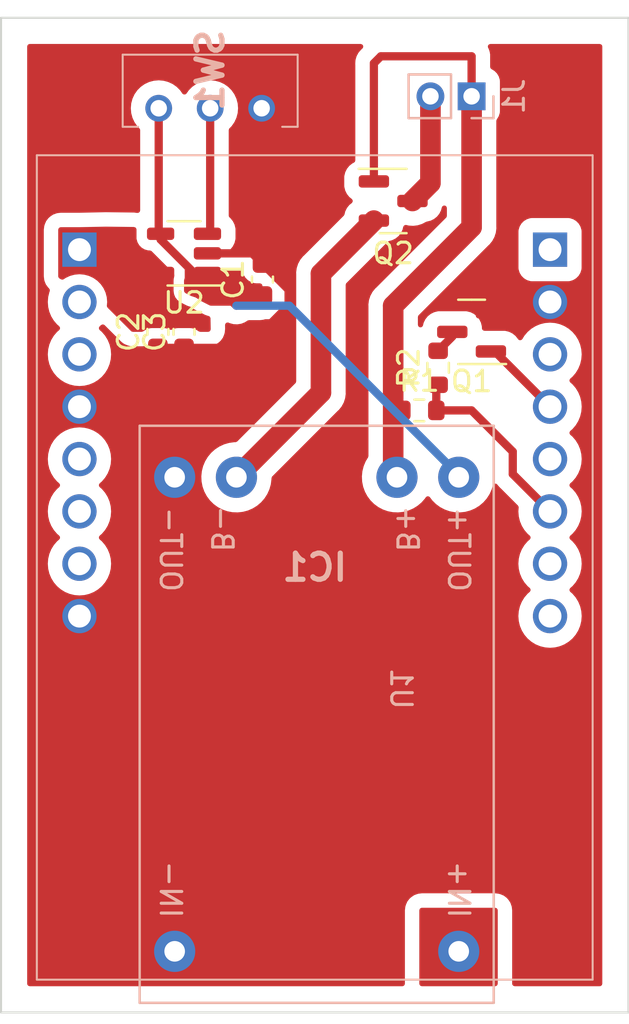
<source format=kicad_pcb>
(kicad_pcb (version 20211014) (generator pcbnew)
  (layers (0 "F.Cu" signal) (31 "B.Cu" signal) (34 "B.Paste" user) (35 "F.Paste" user) (36 "B.SilkS" user "B.Silkscreen") (37 "F.SilkS" user "F.Silkscreen") (38 "B.Mask" user) (39 "F.Mask" user) (44 "Edge.Cuts" user))
  (net 0 "")
  (net 1 "Net-(C1-Pad1)")
  (net 2 "GND")
  (net 3 "+3V3")
  (net 6 "ADC")
  (net 8 "BAT_MONITOR")
  (net 15 "Net-(Q1-Pad3)")
  (net 16 "LiPo+")
  (net 17 "Net-(J1-Pad2)")
  (net 18 "LiPo-")
  (net 21 "+5V")
  (net 22 "Net-(SW1-Pad2)")
  (footprint "Package_TO_SOT_SMD:SOT-23-5" (layer "F.Cu") (at 157.48 58.42 180)
    (fp_text reference "U2" (at 0 -2.4) (layer "F.SilkS"))
    (fp_text value "XC6503D331MR-G")
    (fp_line (start 0 -1.56) (end 0.8 -1.56) (layer "F.SilkS") (width 0.12))
    (fp_line (start 0 -1.56) (end -1.8 -1.56) (layer "F.SilkS") (width 0.12))
    (fp_line (start 0 1.56) (end 0.8 1.56) (layer "F.SilkS") (width 0.12))
    (fp_line (start 0 1.56) (end -0.8 1.56) (layer "F.SilkS") (width 0.12))
    (pad "1" smd roundrect (at -1.1375 -0.95 180) (size 1.325 0.6) (layers "F.Cu" "F.Paste" "F.Mask") (net 1 "Net-(C1-Pad1)"))
    (pad "2" smd roundrect (at -1.1375 0 180) (size 1.325 0.6) (layers "F.Cu" "F.Paste" "F.Mask") (net 2 "GND"))
    (pad "3" smd roundrect (at -1.1375 0.95 180) (size 1.325 0.6) (layers "F.Cu" "F.Paste" "F.Mask") (net 22 "Net-(SW1-Pad2)"))
    (pad "4" smd roundrect (at 1.1375 0.95 180) (size 1.325 0.6) (layers "F.Cu" "F.Paste" "F.Mask"))
    (pad "5" smd roundrect (at 1.1375 -0.95 180) (size 1.325 0.6) (layers "F.Cu" "F.Paste" "F.Mask") (net 3 "+3V3"))
  )
  (footprint "Resistor_SMD:R_0603_1608Metric" (layer "F.Cu") (at 169.823155 63.97217 90)
    (fp_text reference "R2" (at 0 -1.43 90) (layer "F.SilkS"))
    (fp_text value "10k")
    (fp_line (start -0.237258 -0.5225) (end 0.237258 -0.5225) (layer "F.SilkS") (width 0.12))
    (fp_line (start -0.237258 0.5225) (end 0.237258 0.5225) (layer "F.SilkS") (width 0.12))
    (pad "1" smd roundrect (at -0.825 0 90) (size 0.8 0.95) (layers "F.Cu" "F.Paste" "F.Mask") (net 6 "ADC"))
    (pad "2" smd roundrect (at 0.825 0 90) (size 0.8 0.95) (layers "F.Cu" "F.Paste" "F.Mask") (net 15 "Net-(Q1-Pad3)"))
  )
  (footprint "Capacitor_SMD:C_0603_1608Metric" (layer "F.Cu") (at 161.29 59.69 90)
    (fp_text reference "C1" (at 0 -1.43 90) (layer "F.SilkS"))
    (fp_text value "100n")
    (fp_line (start -0.14058 0.51) (end 0.14058 0.51) (layer "F.SilkS") (width 0.12))
    (fp_line (start -0.14058 -0.51) (end 0.14058 -0.51) (layer "F.SilkS") (width 0.12))
    (pad "1" smd roundrect (at -0.775 0 90) (size 0.9 0.95) (layers "F.Cu" "F.Paste" "F.Mask") (net 1 "Net-(C1-Pad1)"))
    (pad "2" smd roundrect (at 0.775 0 90) (size 0.9 0.95) (layers "F.Cu" "F.Paste" "F.Mask") (net 2 "GND"))
  )
  (footprint "Capacitor_SMD:C_0603_1608Metric" (layer "F.Cu") (at 156.21 62.23 90)
    (fp_text reference "C2" (at 0 -1.43 90) (layer "F.SilkS"))
    (fp_text value "100n")
    (fp_line (start -0.14058 -0.51) (end 0.14058 -0.51) (layer "F.SilkS") (width 0.12))
    (fp_line (start -0.14058 0.51) (end 0.14058 0.51) (layer "F.SilkS") (width 0.12))
    (pad "1" smd roundrect (at -0.775 0 90) (size 0.9 0.95) (layers "F.Cu" "F.Paste" "F.Mask") (net 2 "GND"))
    (pad "2" smd roundrect (at 0.775 0 90) (size 0.9 0.95) (layers "F.Cu" "F.Paste" "F.Mask") (net 3 "+3V3"))
  )
  (footprint "Package_TO_SOT_SMD:SOT-23" (layer "F.Cu") (at 171.45 62.23 180)
    (fp_text reference "Q1" (at 0 -2.4) (layer "F.SilkS"))
    (fp_text value "2N7002")
    (fp_line (start 0 -1.56) (end -1.675 -1.56) (layer "F.SilkS") (width 0.12))
    (fp_line (start 0 1.56) (end 0.65 1.56) (layer "F.SilkS") (width 0.12))
    (fp_line (start 0 1.56) (end -0.65 1.56) (layer "F.SilkS") (width 0.12))
    (fp_line (start 0 -1.56) (end 0.65 -1.56) (layer "F.SilkS") (width 0.12))
    (pad "1" smd roundrect (at -0.9375 -0.95 180) (size 1.475 0.6) (layers "F.Cu" "F.Paste" "F.Mask") (net 8 "BAT_MONITOR"))
    (pad "2" smd roundrect (at -0.9375 0.95 180) (size 1.475 0.6) (layers "F.Cu" "F.Paste" "F.Mask") (net 2 "GND"))
    (pad "3" smd roundrect (at 0.9375 0 180) (size 1.475 0.6) (layers "F.Cu" "F.Paste" "F.Mask") (net 15 "Net-(Q1-Pad3)"))
  )
  (footprint "Resistor_SMD:R_0603_1608Metric" (layer "F.Cu") (at 168.91 66.04)
    (fp_text reference "R1" (at 0 -1.43) (layer "F.SilkS"))
    (fp_text value "10k")
    (fp_line (start -0.237258 0.5225) (end 0.237258 0.5225) (layer "F.SilkS") (width 0.12))
    (fp_line (start -0.237258 -0.5225) (end 0.237258 -0.5225) (layer "F.SilkS") (width 0.12))
    (pad "1" smd roundrect (at -0.825 0) (size 0.8 0.95) (layers "F.Cu" "F.Paste" "F.Mask") (net 16 "LiPo+"))
    (pad "2" smd roundrect (at 0.825 0) (size 0.8 0.95) (layers "F.Cu" "F.Paste" "F.Mask") (net 6 "ADC"))
  )
  (footprint "Capacitor_SMD:C_0603_1608Metric" (layer "F.Cu") (at 157.48 62.23 90)
    (fp_text reference "C3" (at 0 -1.43 90) (layer "F.SilkS"))
    (fp_text value "1u")
    (fp_line (start -0.14058 -0.51) (end 0.14058 -0.51) (layer "F.SilkS") (width 0.12))
    (fp_line (start -0.14058 0.51) (end 0.14058 0.51) (layer "F.SilkS") (width 0.12))
    (pad "1" smd roundrect (at -0.775 0 90) (size 0.9 0.95) (layers "F.Cu" "F.Paste" "F.Mask") (net 2 "GND"))
    (pad "2" smd roundrect (at 0.775 0 90) (size 0.9 0.95) (layers "F.Cu" "F.Paste" "F.Mask") (net 3 "+3V3"))
  )
  (footprint "Package_TO_SOT_SMD:SOT-23" (layer "F.Cu") (at 167.64 55.88)
    (fp_text reference "Q2" (at 0 2.54) (layer "F.SilkS"))
    (fp_text value "IRLML0030")
    (fp_line (start 0 -1.56) (end 0.65 -1.56) (layer "F.SilkS") (width 0.12))
    (fp_line (start 0 1.56) (end -0.65 1.56) (layer "F.SilkS") (width 0.12))
    (fp_line (start 0 -1.56) (end -1.675 -1.56) (layer "F.SilkS") (width 0.12))
    (fp_line (start 0 1.56) (end 0.65 1.56) (layer "F.SilkS") (width 0.12))
    (pad "1" smd roundrect (at -0.9375 -0.95) (size 1.475 0.6) (layers "F.Cu" "F.Paste" "F.Mask") (net 16 "LiPo+"))
    (pad "2" smd roundrect (at -0.9375 0.95) (size 1.475 0.6) (layers "F.Cu" "F.Paste" "F.Mask") (net 18 "LiPo-"))
    (pad "3" smd roundrect (at 0.9375 0) (size 1.475 0.6) (layers "F.Cu" "F.Paste" "F.Mask") (net 17 "Net-(J1-Pad2)"))
  )
  (footprint "EG1270:EG1270" (layer "B.Cu") (at 161.25 51.38 -90)
    (fp_text reference "SW1" (at -1.85 2.5 90) (layer "B.SilkS") (effects (font (size 1.27 1.27) (thickness 0.254)) (justify mirror)))
    (fp_text value "SW_SPDT" hide)
    (fp_line (start -2.6 -1.75) (end -2.6 6.75) (layer "B.SilkS") (width 0.1))
    (fp_line (start 0.9 -1) (end 0.9 -1.75) (layer "B.SilkS") (width 0.1))
    (fp_line (start 0.9 -1.75) (end -2.6 -1.75) (layer "B.SilkS") (width 0.1))
    (fp_line (start -2.6 6.75) (end 0.9 6.75) (layer "B.SilkS") (width 0.1))
    (fp_line (start 0.9 6.75) (end 0.9 6) (layer "B.SilkS") (width 0.1))
    (pad "1" thru_hole circle locked (at 0 0 270) (size 1.3 1.3) (drill 0.8) (layers *.Cu *.Mask) (net 2 "GND"))
    (pad "2" thru_hole circle locked (at 0 2.5 270) (size 1.3 1.3) (drill 0.8) (layers *.Cu *.Mask) (net 22 "Net-(SW1-Pad2)"))
    (pad "3" thru_hole circle locked (at 0 5 270) (size 1.3 1.3) (drill 0.8) (layers *.Cu *.Mask) (net 1 "Net-(C1-Pad1)"))
  )
  (footprint "ESP32CAM:ESP32CAM" (layer "B.Cu") (at 175.26 76.02 180)
    (fp_text reference "IC1" (at 11.43 2.36) (layer "B.SilkS") (effects (font (size 1.27 1.27) (thickness 0.254)) (justify mirror)))
    (fp_text value "ESP32-CAM" hide)
    (fp_line (start -2.07 22.36) (end -2.07 -17.64) (layer "B.SilkS") (width 0.1))
    (fp_line (start -2.07 -17.64) (end 24.93 -17.64) (layer "B.SilkS") (width 0.1))
    (fp_line (start 24.93 22.36) (end -2.07 22.36) (layer "B.SilkS") (width 0.1))
    (fp_line (start 24.93 -17.64) (end 24.93 22.36) (layer "B.SilkS") (width 0.1))
    (pad "1" thru_hole circle (at 0 0 180) (size 1.665 1.665) (drill 1.11) (layers *.Cu *.Mask))
    (pad "2" thru_hole circle (at 0 2.54 180) (size 1.665 1.665) (drill 1.11) (layers *.Cu *.Mask))
    (pad "3" thru_hole circle (at 0 5.08 180) (size 1.665 1.665) (drill 1.11) (layers *.Cu *.Mask) (net 6 "ADC"))
    (pad "4" thru_hole circle (at 0 7.62 180) (size 1.665 1.665) (drill 1.11) (layers *.Cu *.Mask))
    (pad "5" thru_hole circle (at 0 10.16 180) (size 1.665 1.665) (drill 1.11) (layers *.Cu *.Mask) (net 8 "BAT_MONITOR"))
    (pad "6" thru_hole circle (at 0 12.7 180) (size 1.665 1.665) (drill 1.11) (layers *.Cu *.Mask))
    (pad "7" thru_hole circle (at 0 15.24 180) (size 1.665 1.665) (drill 1.11) (layers *.Cu *.Mask) (net 2 "GND"))
    (pad "8" thru_hole rect (at 0 17.78 180) (size 1.665 1.665) (drill 1.11) (layers *.Cu *.Mask))
    (pad "9" thru_hole rect (at 22.86 17.78 180) (size 1.665 1.665) (drill 1.11) (layers *.Cu *.Mask) (net 3 "+3V3"))
    (pad "10" thru_hole circle (at 22.86 15.24 180) (size 1.665 1.665) (drill 1.11) (layers *.Cu *.Mask))
    (pad "11" thru_hole circle (at 22.86 12.7 180) (size 1.665 1.665) (drill 1.11) (layers *.Cu *.Mask))
    (pad "12" thru_hole circle (at 22.86 10.16 180) (size 1.665 1.665) (drill 1.11) (layers *.Cu *.Mask) (net 2 "GND"))
    (pad "13" thru_hole circle (at 22.86 7.62 180) (size 1.665 1.665) (drill 1.11) (layers *.Cu *.Mask))
    (pad "14" thru_hole circle (at 22.86 5.08 180) (size 1.665 1.665) (drill 1.11) (layers *.Cu *.Mask))
    (pad "15" thru_hole circle (at 22.86 2.54 180) (size 1.665 1.665) (drill 1.11) (layers *.Cu *.Mask))
    (pad "16" thru_hole circle (at 22.86 0 180) (size 1.665 1.665) (drill 1.11) (layers *.Cu *.Mask) (net 2 "GND"))
  )
  (footprint "TP4056-Module:TP4056-Module" (layer "B.Cu") (at 155.325 94.785 90)
    (fp_text reference "U1" (at 15.24 12.7 270 unlocked) (layer "B.SilkS") (effects (justify mirror)))
    (fp_text value "TP4056-Module")
    (fp_text user "B+" (at 23 13 270 unlocked) (layer "B.SilkS") (effects (justify mirror)))
    (fp_text user "B-" (at 23 4 270 unlocked) (layer "B.SilkS") (effects (justify mirror)))
    (fp_text user "OUT+" (at 22 15.5 270 unlocked) (layer "B.SilkS") (effects (justify mirror)))
    (fp_text user "IN+" (at 5.5 15.5 270 unlocked) (layer "B.SilkS") (effects (justify mirror)))
    (fp_text user "OUT-" (at 22 1.5 270 unlocked) (layer "B.SilkS") (effects (justify mirror)))
    (fp_text user "IN-" (at 5.5 1.5 270 unlocked) (layer "B.SilkS") (effects (justify mirror)))
    (fp_line (start 0 17.2) (end 28 17.2) (layer "B.SilkS") (width 0.12))
    (fp_line (start 0 0) (end 28 0) (layer "B.SilkS") (width 0.12))
    (fp_line (start 28 17.2) (end 28 0) (layer "B.SilkS") (width 0.12))
    (fp_line (start 0 17.2) (end 0 0) (layer "B.SilkS") (width 0.12))
    (pad "1" thru_hole circle (at 2.5 15.5 90) (size 2 2) (drill 1) (layers *.Cu *.Mask) (net 21 "+5V"))
    (pad "2" thru_hole circle (at 2.5 1.7 90) (size 2 2) (drill 1) (layers *.Cu *.Mask) (net 2 "GND"))
    (pad "3" thru_hole circle (at 25.5 1.7 90) (size 2 2) (drill 1) (layers *.Cu *.Mask) (net 2 "GND"))
    (pad "4" thru_hole circle (at 25.5 4.7 90) (size 2 2) (drill 1) (layers *.Cu *.Mask) (net 18 "LiPo-"))
    (pad "5" thru_hole circle (at 25.5 12.5 90) (size 2 2) (drill 1) (layers *.Cu *.Mask) (net 16 "LiPo+"))
    (pad "6" thru_hole circle (at 25.5 15.5 90) (size 2 2) (drill 1) (layers *.Cu *.Mask) (net 1 "Net-(C1-Pad1)"))
  )
  (footprint "Connector_PinHeader_2.00mm:PinHeader_1x02_P2.00mm_Vertical" (layer "B.Cu") (at 171.45 50.8 90)
    (fp_text reference "J1" (at 0 2.06 90) (layer "B.SilkS") (effects (justify mirror)))
    (fp_text value "Conn_01x02")
    (fp_line (start -1.06 -1) (end 1.06 -1) (layer "B.SilkS") (width 0.12))
    (fp_line (start -1.06 0) (end -1.06 1.06) (layer "B.SilkS") (width 0.12))
    (fp_line (start -1.06 -1) (end -1.06 -3.06) (layer "B.SilkS") (width 0.12))
    (fp_line (start 1.06 -1) (end 1.06 -3.06) (layer "B.SilkS") (width 0.12))
    (fp_line (start -1.06 -3.06) (end 1.06 -3.06) (layer "B.SilkS") (width 0.12))
    (fp_line (start -1.06 1.06) (end 0 1.06) (layer "B.SilkS") (width 0.12))
    (pad "1" thru_hole rect (at 0 0 90) (size 1.35 1.35) (drill 0.8) (layers *.Cu *.Mask) (net 16 "LiPo+"))
    (pad "2" thru_hole oval (at 0 -2 90) (size 1.35 1.35) (drill 0.8) (layers *.Cu *.Mask) (net 17 "Net-(J1-Pad2)"))
  )
  (gr_rect (start 148.59 46.99) (end 179.07 95.25) (layer "Edge.Cuts") (width 0.1) (fill none))
  (segment (start 159.7125 60.6525) (end 159.7125 60.465) (width 0.4) (layer "F.Cu") (net 1))
  (segment (start 161.29 60.465) (end 159.7125 60.465) (width 0.4) (layer "F.Cu") (net 1))
  (segment (start 156.3425 57.748131) (end 157.964369 59.37) (width 0.4) (layer "F.Cu") (net 1))
  (segment (start 159.7125 60.465) (end 158.6175 59.37) (width 0.4) (layer "F.Cu") (net 1))
  (segment (start 156.3425 57.47) (end 156.3425 57.748131) (width 0.4) (layer "F.Cu") (net 1))
  (segment (start 160.02 60.96) (end 159.7125 60.6525) (width 0.4) (layer "F.Cu") (net 1))
  (segment (start 157.964369 59.37) (end 158.6175 59.37) (width 0.4) (layer "F.Cu") (net 1))
  (segment (start 156.3425 57.47) (end 156.25 57.3775) (width 0.4) (layer "F.Cu") (net 1))
  (segment (start 156.25 57.3775) (end 156.25 51.38) (width 0.4) (layer "F.Cu") (net 1))
  (via (at 160.02 60.96) (size 0.01) (drill 0.001) (layers "F.Cu" "B.Cu") (net 1))
  (segment (start 170.925 69.285) (end 162.6 60.96) (width 0.4) (layer "B.Cu") (net 1))
  (segment (start 162.6 60.96) (end 160.02 60.96) (width 0.4) (layer "B.Cu") (net 1))
  (segment (start 157.025 75.129121) (end 156.134121 76.02) (width 0.4) (layer "F.Cu") (net 2))
  (segment (start 157.48 63.005) (end 156.21 63.005) (width 0.4) (layer "F.Cu") (net 2))
  (segment (start 156.03 65.86) (end 157.025 66.855) (width 0.4) (layer "F.Cu") (net 2))
  (segment (start 156.21 63.5) (end 156.21 63.005) (width 0.4) (layer "F.Cu") (net 2))
  (segment (start 172.3875 61.28) (end 172.8875 60.78) (width 0.25) (layer "F.Cu") (net 2))
  (segment (start 161.25 58.875) (end 161.29 58.915) (width 0.4) (layer "F.Cu") (net 2))
  (segment (start 161.25 58.875) (end 162.56 60.185) (width 0.4) (layer "F.Cu") (net 2))
  (segment (start 172.8875 60.78) (end 175.26 60.78) (width 0.25) (layer "F.Cu") (net 2))
  (segment (start 157.025 66.855) (end 157.025 69.285) (width 0.4) (layer "F.Cu") (net 2))
  (segment (start 152.4 65.86) (end 153.85 65.86) (width 0.4) (layer "F.Cu") (net 2))
  (segment (start 161.29 58.915) (end 160.795 58.42) (width 0.4) (layer "F.Cu") (net 2))
  (segment (start 162.56 60.96) (end 160.515 63.005) (width 0.4) (layer "F.Cu") (net 2))
  (segment (start 160.515 63.005) (end 157.48 63.005) (width 0.4) (layer "F.Cu") (net 2))
  (segment (start 162.56 60.96) (end 162.56 60.185) (width 0.4) (layer "F.Cu") (net 2))
  (segment (start 161.25 51.38) (end 161.25 58.875) (width 0.4) (layer "F.Cu") (net 2))
  (segment (start 157.025 69.285) (end 157.025 75.129121) (width 0.4) (layer "F.Cu") (net 2))
  (segment (start 156.134121 76.02) (end 152.4 76.02) (width 0.4) (layer "F.Cu") (net 2))
  (segment (start 153.85 65.86) (end 156.21 63.5) (width 0.4) (layer "F.Cu") (net 2))
  (segment (start 160.795 58.42) (end 158.6175 58.42) (width 0.4) (layer "F.Cu") (net 2))
  (segment (start 152.4 65.86) (end 156.03 65.86) (width 0.4) (layer "F.Cu") (net 2))
  (segment (start 156.3425 61.3225) (end 156.21 61.455) (width 0.4) (layer "F.Cu") (net 3))
  (segment (start 157.48 61.455) (end 156.21 61.455) (width 0.4) (layer "F.Cu") (net 3))
  (segment (start 155.2125 58.24) (end 152.4 58.24) (width 0.4) (layer "F.Cu") (net 3))
  (segment (start 156.3425 59.37) (end 155.2125 58.24) (width 0.4) (layer "F.Cu") (net 3))
  (segment (start 156.3425 59.37) (end 156.3425 61.3225) (width 0.4) (layer "F.Cu") (net 3))
  (segment (start 169.735 66.04) (end 171.45 66.04) (width 0.4) (layer "F.Cu") (net 6))
  (segment (start 171.45 66.04) (end 173.449653 68.039653) (width 0.4) (layer "F.Cu") (net 6))
  (segment (start 173.449653 68.039653) (end 173.449653 69.129653) (width 0.4) (layer "F.Cu") (net 6))
  (segment (start 169.735 66.04) (end 169.735 64.885325) (width 0.4) (layer "F.Cu") (net 6))
  (segment (start 173.449653 69.129653) (end 175.26 70.94) (width 0.4) (layer "F.Cu") (net 6))
  (segment (start 172.58 63.18) (end 175.26 65.86) (width 0.4) (layer "F.Cu") (net 8))
  (segment (start 172.3875 63.18) (end 172.58 63.18) (width 0.25) (layer "F.Cu") (net 8))
  (segment (start 170.5125 62.457825) (end 169.823155 63.14717) (width 0.4) (layer "F.Cu") (net 15))
  (segment (start 170.5125 62.23) (end 170.5125 62.457825) (width 0.25) (layer "F.Cu") (net 15))
  (segment (start 166.7025 49.1975) (end 166.7025 54.93) (width 0.4) (layer "F.Cu") (net 16))
  (segment (start 167.041208 48.858792) (end 166.7025 49.1975) (width 0.4) (layer "F.Cu") (net 16))
  (segment (start 167.825 69.285) (end 167.825 68.765) (width 1) (layer "F.Cu") (net 16))
  (segment (start 167.825 68.765) (end 167.64 68.58) (width 1) (layer "F.Cu") (net 16))
  (segment (start 171.45 48.858792) (end 167.041208 48.858792) (width 0.4) (layer "F.Cu") (net 16))
  (segment (start 171.45 57.15) (end 167.64 60.96) (width 1) (layer "F.Cu") (net 16))
  (segment (start 171.45 50.8) (end 171.45 48.858792) (width 0.4) (layer "F.Cu") (net 16))
  (segment (start 171.45 50.8) (end 171.45 57.15) (width 1) (layer "F.Cu") (net 16))
  (segment (start 167.64 68.58) (end 167.64 60.96) (width 1) (layer "F.Cu") (net 16))
  (segment (start 169.45 50.8) (end 169.45 55.0075) (width 1) (layer "F.Cu") (net 17))
  (segment (start 169.45 55.0075) (end 168.5775 55.88) (width 1) (layer "F.Cu") (net 17))
  (segment (start 164.13067 59.40183) (end 164.13067 65.17933) (width 1) (layer "F.Cu") (net 18))
  (segment (start 166.7025 56.83) (end 164.13067 59.40183) (width 1) (layer "F.Cu") (net 18))
  (segment (start 164.13067 65.17933) (end 160.025 69.285) (width 1) (layer "F.Cu") (net 18))
  (segment (start 158.75 51.38) (end 158.75 57.3375) (width 0.4) (layer "F.Cu") (net 22))
  (segment (start 158.75 57.3375) (end 158.6175 57.47) (width 0.4) (layer "F.Cu") (net 22))
  (zone (net 21) (net_name "+5V") (layer "F.Cu") (name "+5V") (priority 1) (connect_pads yes (clearance 0.508)) (min_thickness 0.254) (fill yes (thermal_gap 0.508) (thermal_bridge_width 0.508))
    (polygon (pts (xy 172.72 93.98) (xy 168.91 93.98) (xy 168.91 90.17) (xy 172.72 90.17)))
  )
  (zone (net 2) (net_name "GND") (layer "F.Cu") (name "GND") (connect_pads yes (clearance 0.7)) (min_thickness 0.254) (fill yes (thermal_gap 0.508) (thermal_bridge_width 0.508))
    (polygon (pts (xy 177.8 93.98) (xy 149.86 93.98) (xy 149.86 48.26) (xy 177.8 48.26)))
  )
  (zone (net 3) (net_name "+3V3") (layer "F.Cu") (name "GND") (priority 1) (connect_pads yes (clearance 0.508)) (min_thickness 0.254) (fill yes (thermal_gap 0.127) (thermal_bridge_width 0.508))
    (polygon (pts (xy 152.4 57.15) (xy 153.675701 57.12408) (xy 155.94441 57.15) (xy 157.48 58.42) (xy 158.75 60.571725) (xy 158.77782 62.23) (xy 154.943801 62.23) (xy 153.67 60.96) (xy 151.367768 59.601989) (xy 151.367768 57.149999)))
  )
  (zone (net 1) (net_name "Net-(C1-Pad1)") (layer "F.Cu") (name "JMP") (priority 2) (connect_pads yes (clearance 0.508)) (min_thickness 0.254) (fill yes (thermal_gap 0.508) (thermal_bridge_width 0.508))
    (polygon (pts (xy 161.29 59.69) (xy 161.29 60.96) (xy 158.75 60.96) (xy 157.48 60.31274) (xy 157.48 58.42) (xy 159.022692 58.42)))
  )
)
</source>
